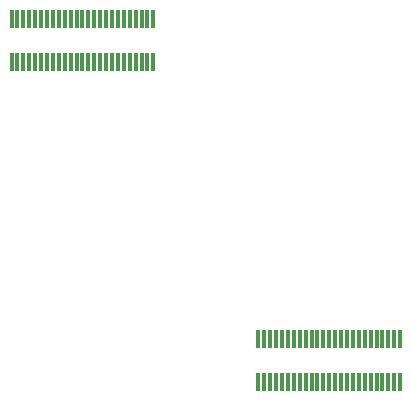
<source format=gbp>
G04*
G04 #@! TF.GenerationSoftware,Altium Limited,Altium Designer,18.0.12 (696)*
G04*
G04 Layer_Color=128*
%FSLAX25Y25*%
%MOIN*%
G70*
G01*
G75*
%ADD14R,0.01181X0.06299*%
D14*
X293701Y310728D02*
D03*
X291732D02*
D03*
X297638D02*
D03*
X295669D02*
D03*
X289764D02*
D03*
X287795D02*
D03*
X307480D02*
D03*
X305512D02*
D03*
X311417D02*
D03*
X309449D02*
D03*
X301575D02*
D03*
X299606D02*
D03*
X303543D02*
D03*
X291732Y296555D02*
D03*
X289764D02*
D03*
X295669D02*
D03*
X293701D02*
D03*
X287795D02*
D03*
X305512D02*
D03*
X303543D02*
D03*
X309449D02*
D03*
X307480D02*
D03*
X299606D02*
D03*
X297638D02*
D03*
X301575D02*
D03*
X323228Y310728D02*
D03*
X321260D02*
D03*
X327165D02*
D03*
X325197D02*
D03*
X315354D02*
D03*
X313386D02*
D03*
X319291D02*
D03*
X317323D02*
D03*
X331102D02*
D03*
X329134D02*
D03*
X335039D02*
D03*
X333071D02*
D03*
X313386Y296555D02*
D03*
X311417D02*
D03*
X315354D02*
D03*
X319291D02*
D03*
X317323D02*
D03*
X321260D02*
D03*
X331102D02*
D03*
X329134D02*
D03*
X335039D02*
D03*
X333071D02*
D03*
X325197D02*
D03*
X323228D02*
D03*
X327165D02*
D03*
X370079Y189764D02*
D03*
Y203937D02*
D03*
X372047Y189764D02*
D03*
Y203937D02*
D03*
X374016Y189764D02*
D03*
Y203937D02*
D03*
X375984Y189764D02*
D03*
Y203937D02*
D03*
X377953Y189764D02*
D03*
Y203937D02*
D03*
X379921Y189764D02*
D03*
Y203937D02*
D03*
X381890Y189764D02*
D03*
Y203937D02*
D03*
X383858Y189764D02*
D03*
Y203937D02*
D03*
X385827Y189764D02*
D03*
Y203937D02*
D03*
X387795Y189764D02*
D03*
Y203937D02*
D03*
X389764Y189764D02*
D03*
Y203937D02*
D03*
X391732Y189764D02*
D03*
Y203937D02*
D03*
X393701Y189764D02*
D03*
Y203937D02*
D03*
X395669Y189764D02*
D03*
Y203937D02*
D03*
X397638Y189764D02*
D03*
Y203937D02*
D03*
X399606Y189764D02*
D03*
Y203937D02*
D03*
X401575Y189764D02*
D03*
Y203937D02*
D03*
X403543Y189764D02*
D03*
Y203937D02*
D03*
X405512Y189764D02*
D03*
Y203937D02*
D03*
X407480Y189764D02*
D03*
Y203937D02*
D03*
X409449Y189764D02*
D03*
Y203937D02*
D03*
X411417Y189764D02*
D03*
Y203937D02*
D03*
X413386Y189764D02*
D03*
Y203937D02*
D03*
X415354Y189764D02*
D03*
Y203937D02*
D03*
X417323Y189764D02*
D03*
Y203937D02*
D03*
M02*

</source>
